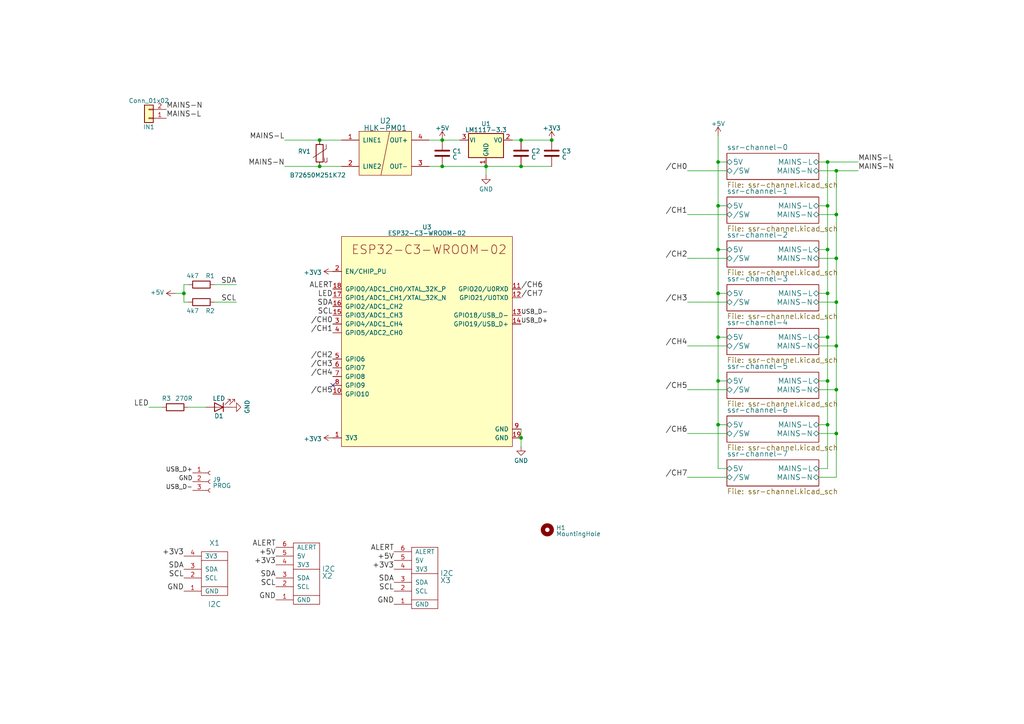
<source format=kicad_sch>
(kicad_sch (version 20221004) (generator eeschema)
  (paper "A4")
  (lib_symbols
    (symbol "Connector:Conn_01x03_Female" (pin_names (offset 1.016) hide)
      (property "Reference" "J" (at 0 5.08 0))
      (property "Value" "Conn_01x03_Female" (at 0 -5.08 0))
      (symbol "Conn_01x03_Female_1_1"
        (arc (start 0 -2.032) (mid -0.5058 -2.54) (end 0 -3.048) (stroke (width 0.1524)))
        (polyline (pts (xy -1.27 -2.54) (xy -0.508 -2.54)) (stroke (width 0.1524)))
        (polyline (pts (xy -1.27 0) (xy -0.508 0)) (stroke (width 0.1524)))
        (polyline (pts (xy -1.27 2.54) (xy -0.508 2.54)) (stroke (width 0.1524)))
        (arc (start 0 0.508) (mid -0.5058 0) (end 0 -0.508) (stroke (width 0.1524)))
        (arc (start 0 3.048) (mid -0.5058 2.54) (end 0 2.032) (stroke (width 0.1524)))
        (pin passive line (at -5.08 2.54 0) (length 3.81) (name "Pin_1") (number "1"))
        (pin passive line (at -5.08 0 0) (length 3.81) (name "Pin_2") (number "2"))
        (pin passive line (at -5.08 -2.54 0) (length 3.81) (name "Pin_3") (number "3"))
      )
    )
    (symbol "Connector_Generic:Conn_01x02" (pin_names (offset 1.016) hide)
      (property "Reference" "J" (at 0 2.54 0))
      (property "Value" "Conn_01x02" (at 0 -5.08 0))
      (symbol "Conn_01x02_1_1"
        (rectangle (start -1.27 -2.413) (end 0 -2.667) (stroke (width 0.1524)))
        (rectangle (start -1.27 0.127) (end 0 -0.127) (stroke (width 0.1524)))
        (rectangle (start -1.27 1.27) (end 1.27 -3.81) (stroke (width 0.254)) (fill (type background)))
        (pin passive line (at -5.08 0 0) (length 3.81) (name "Pin_1") (number "1"))
        (pin passive line (at -5.08 -2.54 0) (length 3.81) (name "Pin_2") (number "2"))
      )
    )
    (symbol "Device:C" (pin_numbers hide) (pin_names (offset 0.254))
      (property "Reference" "C" (at 0.635 2.54 0))
      (property "Value" "C" (at 0.635 -2.54 0))
      (symbol "C_0_1"
        (polyline (pts (xy -2.032 -0.762) (xy 2.032 -0.762)) (stroke (width 0.508)))
        (polyline (pts (xy -2.032 0.762) (xy 2.032 0.762)) (stroke (width 0.508)))
      )
      (symbol "C_1_1"
        (pin passive line (at 0 3.81 270) (length 2.794) (name "~") (number "1"))
        (pin passive line (at 0 -3.81 90) (length 2.794) (name "~") (number "2"))
      )
    )
    (symbol "Device:LED" (pin_numbers hide) (pin_names (offset 1.016) hide)
      (property "Reference" "D" (at 0 2.54 0))
      (property "Value" "LED" (at 0 -2.54 0))
      (symbol "LED_0_1"
        (polyline (pts (xy -1.27 -1.27) (xy -1.27 1.27)) (stroke (width 0.254)))
        (polyline (pts (xy -1.27 0) (xy 1.27 0)))
        (polyline (pts (xy 1.27 -1.27) (xy 1.27 1.27) (xy -1.27 0) (xy 1.27 -1.27)) (stroke (width 0.254)))
        (polyline (pts (xy -3.048 -0.762) (xy -4.572 -2.286) (xy -3.81 -2.286) (xy -4.572 -2.286) (xy -4.572 -1.524)))
        (polyline (pts (xy -1.778 -0.762) (xy -3.302 -2.286) (xy -2.54 -2.286) (xy -3.302 -2.286) (xy -3.302 -1.524)))
      )
      (symbol "LED_1_1"
        (pin passive line (at -3.81 0 0) (length 2.54) (name "K") (number "1"))
        (pin passive line (at 3.81 0 180) (length 2.54) (name "A") (number "2"))
      )
    )
    (symbol "Device:R" (pin_numbers hide) (pin_names (offset 0))
      (property "Reference" "R" (at 2.032 0 90))
      (property "Value" "R" (at 0 0 90))
      (symbol "R_0_1"
        (rectangle (start -1.016 -2.54) (end 1.016 2.54) (stroke (width 0.254)))
      )
      (symbol "R_1_1"
        (pin passive line (at 0 3.81 270) (length 1.27) (name "~") (number "1"))
        (pin passive line (at 0 -3.81 90) (length 1.27) (name "~") (number "2"))
      )
    )
    (symbol "Device:Varistor" (pin_numbers hide) (pin_names (offset 0))
      (property "Reference" "RV" (at 3.175 0 90))
      (property "Value" "Varistor" (at -3.175 0 90))
      (symbol "Varistor_0_0"
        (text "U" (at -1.778 -2.032 0) (effects (font (size 1.27 1.27))))
      )
      (symbol "Varistor_0_1"
        (rectangle (start -1.016 -2.54) (end 1.016 2.54) (stroke (width 0.254)))
        (polyline (pts (xy -1.905 2.54) (xy -1.905 1.27) (xy 1.905 -1.27)))
      )
      (symbol "Varistor_1_1"
        (pin passive line (at 0 3.81 270) (length 1.27) (name "~") (number "1"))
        (pin passive line (at 0 -3.81 90) (length 1.27) (name "~") (number "2"))
      )
    )
    (symbol "Drake:HLK-PM01" (pin_names (offset 1.016))
      (property "Reference" "U" (at 0 8.89 0))
      (property "Value" "HLK-PM03" (at 0 -8.89 0))
      (symbol "HLK-PM01_0_1"
        (rectangle (start -7.62 6.35) (end 7.62 -6.35) (fill (type background)))
        (polyline (pts (xy -1.27 -6.35) (xy 1.27 6.35)))
      )
      (symbol "HLK-PM01_1_1"
        (pin input line (at -12.7 3.81 0) (length 5.08) (name "LINE1") (number "1"))
        (pin input line (at -12.7 -3.81 0) (length 5.08) (name "LINE2") (number "2"))
        (pin input line (at 12.7 -3.81 180) (length 5.08) (name "OUT-") (number "3"))
        (pin input line (at 12.7 3.81 180) (length 5.08) (name "OUT+") (number "4"))
      )
    )
    (symbol "Drake:I2C" (pin_names (offset 1.016))
      (property "Reference" "X" (at 0 8.89 0))
      (property "Value" "I2C" (at 0 -8.89 0))
      (symbol "I2C_0_1"
        (polyline (pts (xy 3.81 -3.81) (xy -3.81 -3.81)))
        (polyline (pts (xy 3.81 3.81) (xy -3.81 3.81)))
        (rectangle (start 3.81 6.35) (end -3.81 -6.35))
      )
      (symbol "I2C_1_1"
        (pin power_in line (at 8.89 -5.08 180) (length 5.08) (name "GND") (number "1"))
        (pin open_collector line (at 8.89 -1.27 180) (length 5.08) (name "SCL") (number "2"))
        (pin open_collector line (at 8.89 1.27 180) (length 5.08) (name "SDA") (number "3"))
        (pin power_in line (at 8.89 5.08 180) (length 5.08) (name "3V3") (number "4"))
      )
    )
    (symbol "Drake:I2C-6P" (pin_names (offset 1.016))
      (property "Reference" "X" (at 0 12.7 0))
      (property "Value" "I2C-6P" (at 0 -8.89 0))
      (symbol "I2C-6P_0_1"
        (polyline (pts (xy 3.81 -3.81) (xy -3.81 -3.81)))
        (polyline (pts (xy 3.81 3.81) (xy -3.81 3.81)))
        (rectangle (start 3.81 11.43) (end -3.81 -6.35))
      )
      (symbol "I2C-6P_1_1"
        (pin power_in line (at 8.89 -5.08 180) (length 5.08) (name "GND") (number "1"))
        (pin open_collector line (at 8.89 -1.27 180) (length 5.08) (name "SCL") (number "2"))
        (pin open_collector line (at 8.89 1.27 180) (length 5.08) (name "SDA") (number "3"))
        (pin power_in line (at 8.89 5.08 180) (length 5.08) (name "3V3") (number "4"))
        (pin power_in line (at 8.89 7.62 180) (length 5.08) (name "5V") (number "5"))
        (pin open_collector line (at 8.89 10.16 180) (length 5.08) (name "ALERT") (number "6"))
      )
    )
    (symbol "Espressif:ESP32-C3-WROOM-02" (pin_names (offset 1.016))
      (property "Reference" "U" (at 0 33.02 0))
      (property "Value" "ESP32-C3-WROOM-02" (at 0 -30.48 0))
      (symbol "ESP32-C3-WROOM-02_0_0"
        (text "ESP32-C3-WROOM-02" (at 1.27 27.94 0) (effects (font (size 2.54 2.54))))
      )
      (symbol "ESP32-C3-WROOM-02_0_1"
        (rectangle (start -24.13 31.75) (end 25.4 -29.21) (fill (type background)))
      )
      (symbol "ESP32-C3-WROOM-02_1_1"
        (pin power_in line (at -26.67 -26.67 0) (length 2.54) (name "3V3") (number "1"))
        (pin bidirectional line (at -26.67 -13.97 0) (length 2.54) (name "GPIO10") (number "10"))
        (pin bidirectional line (at 27.94 16.51 180) (length 2.54) (name "GPIO20/U0RXD") (number "11"))
        (pin bidirectional line (at 27.94 13.97 180) (length 2.54) (name "GPIO21/U0TXD") (number "12"))
        (pin bidirectional line (at 27.94 8.89 180) (length 2.54) (name "GPIO18/USB_D-") (number "13"))
        (pin bidirectional line (at 27.94 6.35 180) (length 2.54) (name "GPIO19/USB_D+") (number "14"))
        (pin bidirectional line (at -26.67 8.89 0) (length 2.54) (name "GPIO3/ADC1_CH3") (number "15"))
        (pin bidirectional line (at -26.67 11.43 0) (length 2.54) (name "GPIO2/ADC1_CH2") (number "16"))
        (pin bidirectional line (at -26.67 13.97 0) (length 2.54) (name "GPIO1/ADC1_CH1/XTAL_32K_N") (number "17"))
        (pin bidirectional line (at -26.67 16.51 0) (length 2.54) (name "GPIO0/ADC1_CH0/XTAL_32K_P") (number "18"))
        (pin power_in line (at 27.94 -26.67 180) (length 2.54) (name "GND") (number "19"))
        (pin input line (at -26.67 21.59 0) (length 2.54) (name "EN/CHIP_PU") (number "2"))
        (pin bidirectional line (at -26.67 6.35 0) (length 2.54) (name "GPIO4/ADC1_CH4") (number "3"))
        (pin bidirectional line (at -26.67 3.81 0) (length 2.54) (name "GPIO5/ADC2_CH0") (number "4"))
        (pin bidirectional line (at -26.67 -3.81 0) (length 2.54) (name "GPIO6") (number "5"))
        (pin bidirectional line (at -26.67 -6.35 0) (length 2.54) (name "GPIO7") (number "6"))
        (pin bidirectional line (at -26.67 -8.89 0) (length 2.54) (name "GPIO8") (number "7"))
        (pin bidirectional line (at -26.67 -11.43 0) (length 2.54) (name "GPIO9") (number "8"))
        (pin power_in line (at 27.94 -24.13 180) (length 2.54) (name "GND") (number "9"))
      )
    )
    (symbol "Mechanical:MountingHole" (pin_names (offset 1.016))
      (property "Reference" "H" (at 0 5.08 0))
      (property "Value" "MountingHole" (at 0 3.175 0))
      (symbol "MountingHole_0_1"
        (circle (center 0 0) (radius 1.27) (stroke (width 1.27)))
      )
    )
    (symbol "Regulator_Linear:LM1117-3.3" (pin_names (offset 0.254))
      (property "Reference" "U" (at -3.81 3.175 0))
      (property "Value" "LM1117-3.3" (at 0 3.175 0))
      (symbol "LM1117-3.3_0_1"
        (rectangle (start -5.08 -5.08) (end 5.08 1.905) (stroke (width 0.254)) (fill (type background)))
      )
      (symbol "LM1117-3.3_1_1"
        (pin power_in line (at 0 -7.62 90) (length 2.54) (name "GND") (number "1"))
        (pin power_out line (at 7.62 0 180) (length 2.54) (name "VO") (number "2"))
        (pin power_in line (at -7.62 0 0) (length 2.54) (name "VI") (number "3"))
      )
    )
    (symbol "power:+3V3" (power) (pin_names (offset 0))
      (property "Value" "+3V3" (at 0 3.556 0))
      (symbol "+3V3_0_1"
        (polyline (pts (xy -0.762 1.27) (xy 0 2.54)))
        (polyline (pts (xy 0 0) (xy 0 2.54)))
        (polyline (pts (xy 0 2.54) (xy 0.762 1.27)))
      )
      (symbol "+3V3_1_1"
        (pin power_in line (at 0 0 90) (length 0) hide (name "+3V3") (number "1"))
      )
    )
    (symbol "power:+5V" (power) (pin_names (offset 0))
      (property "Value" "+5V" (at 0 3.556 0))
      (symbol "+5V_0_1"
        (polyline (pts (xy -0.762 1.27) (xy 0 2.54)))
        (polyline (pts (xy 0 0) (xy 0 2.54)))
        (polyline (pts (xy 0 2.54) (xy 0.762 1.27)))
      )
      (symbol "+5V_1_1"
        (pin power_in line (at 0 0 90) (length 0) hide (name "+5V") (number "1"))
      )
    )
    (symbol "power:GND" (power) (pin_names (offset 0))
      (property "Value" "GND" (at 0 -3.81 0))
      (symbol "GND_0_1"
        (polyline (pts (xy 0 0) (xy 0 -1.27) (xy 1.27 -1.27) (xy 0 -2.54) (xy -1.27 -1.27) (xy 0 -1.27)))
      )
      (symbol "GND_1_1"
        (pin power_in line (at 0 0 270) (length 0) hide (name "GND") (number "1"))
      )
    )
  )
  (junction (at 140.97 48.26))
  (junction (at 242.57 100.33))
  (junction (at 240.03 85.09))
  (junction (at 240.03 110.49))
  (junction (at 240.03 97.79))
  (junction (at 128.27 48.26))
  (junction (at 208.28 97.79))
  (junction (at 240.03 46.99))
  (junction (at 92.71 40.64))
  (junction (at 242.57 49.53))
  (junction (at 128.27 40.64))
  (junction (at 240.03 59.69))
  (junction (at 160.02 40.64))
  (junction (at 208.28 110.49))
  (junction (at 208.28 46.99))
  (junction (at 208.28 123.19))
  (junction (at 208.28 72.39))
  (junction (at 151.13 40.64))
  (junction (at 242.57 125.73))
  (junction (at 240.03 123.19))
  (junction (at 92.71 48.26))
  (junction (at 208.28 59.69))
  (junction (at 151.13 127))
  (junction (at 242.57 87.63))
  (junction (at 53.34 85.09))
  (junction (at 208.28 85.09))
  (junction (at 242.57 74.93))
  (junction (at 242.57 62.23))
  (junction (at 240.03 72.39))
  (junction (at 151.13 48.26))
  (junction (at 242.57 113.03))
  (no_connect (at 96.52 111.76))
  (wire (pts (xy 92.71 48.26) (xy 99.06 48.26)))
  (wire (pts (xy 124.46 48.26) (xy 128.27 48.26)))
  (wire (pts (xy 208.28 97.79) (xy 208.28 85.09)))
  (wire (pts (xy 240.03 59.69) (xy 240.03 72.39)))
  (wire (pts (xy 208.28 59.69) (xy 208.28 46.99)))
  (wire (pts (xy 128.27 48.26) (xy 140.97 48.26)))
  (wire (pts (xy 53.34 82.55) (xy 54.61 82.55)))
  (wire (pts (xy 240.03 97.79) (xy 240.03 110.49)))
  (wire (pts (xy 210.82 46.99) (xy 208.28 46.99)))
  (wire (pts (xy 237.49 49.53) (xy 242.57 49.53)))
  (wire (pts (xy 199.39 100.33) (xy 210.82 100.33)))
  (wire (pts (xy 210.82 59.69) (xy 208.28 59.69)))
  (wire (pts (xy 237.49 100.33) (xy 242.57 100.33)))
  (wire (pts (xy 92.71 40.64) (xy 99.06 40.64)))
  (wire (pts (xy 53.34 85.09) (xy 50.8 85.09)))
  (wire (pts (xy 199.39 138.43) (xy 210.82 138.43)))
  (wire (pts (xy 240.03 72.39) (xy 240.03 85.09)))
  (wire (pts (xy 242.57 100.33) (xy 242.57 113.03)))
  (wire (pts (xy 208.28 85.09) (xy 208.28 72.39)))
  (wire (pts (xy 199.39 49.53) (xy 210.82 49.53)))
  (wire (pts (xy 242.57 49.53) (xy 242.57 62.23)))
  (wire (pts (xy 242.57 49.53) (xy 248.92 49.53)))
  (wire (pts (xy 208.28 110.49) (xy 208.28 97.79)))
  (wire (pts (xy 210.82 85.09) (xy 208.28 85.09)))
  (wire (pts (xy 237.49 113.03) (xy 242.57 113.03)))
  (wire (pts (xy 140.97 48.26) (xy 151.13 48.26)))
  (wire (pts (xy 237.49 125.73) (xy 242.57 125.73)))
  (wire (pts (xy 140.97 48.26) (xy 140.97 50.8)))
  (wire (pts (xy 208.28 46.99) (xy 208.28 39.37)))
  (wire (pts (xy 151.13 124.46) (xy 151.13 127)))
  (wire (pts (xy 240.03 123.19) (xy 237.49 123.19)))
  (wire (pts (xy 237.49 59.69) (xy 240.03 59.69)))
  (wire (pts (xy 151.13 127) (xy 151.13 129.54)))
  (wire (pts (xy 240.03 46.99) (xy 240.03 59.69)))
  (wire (pts (xy 151.13 40.64) (xy 160.02 40.64)))
  (wire (pts (xy 240.03 72.39) (xy 237.49 72.39)))
  (wire (pts (xy 208.28 123.19) (xy 208.28 110.49)))
  (wire (pts (xy 210.82 110.49) (xy 208.28 110.49)))
  (wire (pts (xy 240.03 97.79) (xy 237.49 97.79)))
  (wire (pts (xy 237.49 46.99) (xy 240.03 46.99)))
  (wire (pts (xy 53.34 85.09) (xy 53.34 82.55)))
  (wire (pts (xy 242.57 113.03) (xy 242.57 125.73)))
  (wire (pts (xy 240.03 85.09) (xy 237.49 85.09)))
  (wire (pts (xy 43.18 118.11) (xy 46.99 118.11)))
  (wire (pts (xy 210.82 97.79) (xy 208.28 97.79)))
  (wire (pts (xy 53.34 87.63) (xy 53.34 85.09)))
  (wire (pts (xy 199.39 113.03) (xy 210.82 113.03)))
  (wire (pts (xy 148.59 40.64) (xy 151.13 40.64)))
  (wire (pts (xy 62.23 82.55) (xy 68.58 82.55)))
  (wire (pts (xy 242.57 74.93) (xy 242.57 87.63)))
  (wire (pts (xy 240.03 85.09) (xy 240.03 97.79)))
  (wire (pts (xy 208.28 72.39) (xy 208.28 59.69)))
  (wire (pts (xy 62.23 87.63) (xy 68.58 87.63)))
  (wire (pts (xy 210.82 135.89) (xy 208.28 135.89)))
  (wire (pts (xy 237.49 87.63) (xy 242.57 87.63)))
  (wire (pts (xy 54.61 87.63) (xy 53.34 87.63)))
  (wire (pts (xy 242.57 62.23) (xy 242.57 74.93)))
  (wire (pts (xy 242.57 87.63) (xy 242.57 100.33)))
  (wire (pts (xy 240.03 135.89) (xy 237.49 135.89)))
  (wire (pts (xy 242.57 125.73) (xy 242.57 138.43)))
  (wire (pts (xy 237.49 62.23) (xy 242.57 62.23)))
  (wire (pts (xy 199.39 74.93) (xy 210.82 74.93)))
  (wire (pts (xy 208.28 135.89) (xy 208.28 123.19)))
  (wire (pts (xy 128.27 40.64) (xy 124.46 40.64)))
  (wire (pts (xy 210.82 123.19) (xy 208.28 123.19)))
  (wire (pts (xy 240.03 110.49) (xy 237.49 110.49)))
  (wire (pts (xy 151.13 48.26) (xy 160.02 48.26)))
  (wire (pts (xy 210.82 72.39) (xy 208.28 72.39)))
  (wire (pts (xy 199.39 87.63) (xy 210.82 87.63)))
  (wire (pts (xy 128.27 40.64) (xy 133.35 40.64)))
  (wire (pts (xy 237.49 74.93) (xy 242.57 74.93)))
  (wire (pts (xy 240.03 110.49) (xy 240.03 123.19)))
  (wire (pts (xy 82.55 48.26) (xy 92.71 48.26)))
  (wire (pts (xy 240.03 46.99) (xy 248.92 46.99)))
  (wire (pts (xy 240.03 123.19) (xy 240.03 135.89)))
  (wire (pts (xy 199.39 62.23) (xy 210.82 62.23)))
  (wire (pts (xy 199.39 125.73) (xy 210.82 125.73)))
  (wire (pts (xy 54.61 118.11) (xy 59.69 118.11)))
  (wire (pts (xy 82.55 40.64) (xy 92.71 40.64)))
  (wire (pts (xy 242.57 138.43) (xy 237.49 138.43)))
  (label "{slash}CH3" (at 96.52 106.68 180) (effects (font (size 1.524 1.524))))
  (label "+5V" (at 114.3 162.56 180) (effects (font (size 1.524 1.524))))
  (label "SDA" (at 53.34 165.1 180) (effects (font (size 1.524 1.524))))
  (label "USB_D+" (at 151.13 93.98 0))
  (label "MAINS-L" (at 48.26 34.29 0) (effects (font (size 1.524 1.524))))
  (label "{slash}CH0" (at 96.52 93.98 180) (effects (font (size 1.524 1.524))))
  (label "USB_D-" (at 55.88 142.24 180))
  (label "{slash}CH7" (at 199.39 138.43 180) (effects (font (size 1.524 1.524))))
  (label "{slash}CH0" (at 199.39 49.53 180) (effects (font (size 1.524 1.524))))
  (label "SDA" (at 96.52 88.9 180) (effects (font (size 1.524 1.524))))
  (label "{slash}CH3" (at 199.39 87.63 180) (effects (font (size 1.524 1.524))))
  (label "{slash}CH7" (at 151.13 86.36 0) (effects (font (size 1.524 1.524))))
  (label "SCL" (at 96.52 91.44 180) (effects (font (size 1.524 1.524))))
  (label "{slash}CH2" (at 96.52 104.14 180) (effects (font (size 1.524 1.524))))
  (label "{slash}CH1" (at 96.52 96.52 180) (effects (font (size 1.524 1.524))))
  (label "GND" (at 114.3 175.26 180) (effects (font (size 1.524 1.524))))
  (label "SDA" (at 80.01 167.64 180) (effects (font (size 1.524 1.524))))
  (label "LED" (at 96.52 86.36 180) (effects (font (size 1.524 1.524))))
  (label "{slash}CH5" (at 199.39 113.03 180) (effects (font (size 1.524 1.524))))
  (label "SCL" (at 53.34 167.64 180) (effects (font (size 1.524 1.524))))
  (label "LED" (at 43.18 118.11 180) (effects (font (size 1.524 1.524))))
  (label "MAINS-L" (at 248.92 46.99 0) (effects (font (size 1.524 1.524))))
  (label "{slash}CH2" (at 199.39 74.93 180) (effects (font (size 1.524 1.524))))
  (label "{slash}CH6" (at 199.39 125.73 180) (effects (font (size 1.524 1.524))))
  (label "SDA" (at 114.3 168.91 180) (effects (font (size 1.524 1.524))))
  (label "ALERT" (at 96.52 83.82 180) (effects (font (size 1.524 1.524))))
  (label "ALERT" (at 80.01 158.75 180) (effects (font (size 1.524 1.524))))
  (label "+5V" (at 80.01 161.29 180) (effects (font (size 1.524 1.524))))
  (label "SCL" (at 114.3 171.45 180) (effects (font (size 1.524 1.524))))
  (label "USB_D+" (at 55.88 137.16 180))
  (label "+3V3" (at 114.3 165.1 180) (effects (font (size 1.524 1.524))))
  (label "GND" (at 53.34 171.45 180) (effects (font (size 1.524 1.524))))
  (label "SCL" (at 80.01 170.18 180) (effects (font (size 1.524 1.524))))
  (label "{slash}CH4" (at 96.52 109.22 180) (effects (font (size 1.524 1.524))))
  (label "{slash}CH6" (at 151.13 83.82 0) (effects (font (size 1.524 1.524))))
  (label "SDA" (at 68.58 82.55 180) (effects (font (size 1.524 1.524))))
  (label "+3V3" (at 53.34 161.29 180) (effects (font (size 1.524 1.524))))
  (label "MAINS-L" (at 82.55 40.64 180) (effects (font (size 1.524 1.524))))
  (label "MAINS-N" (at 248.92 49.53 0) (effects (font (size 1.524 1.524))))
  (label "{slash}CH5" (at 96.52 114.3 180) (effects (font (size 1.524 1.524))))
  (label "USB_D-" (at 151.13 91.44 0))
  (label "MAINS-N" (at 48.26 31.75 0) (effects (font (size 1.524 1.524))))
  (label "{slash}CH4" (at 199.39 100.33 180) (effects (font (size 1.524 1.524))))
  (label "GND" (at 80.01 173.99 180) (effects (font (size 1.524 1.524))))
  (label "ALERT" (at 114.3 160.02 180) (effects (font (size 1.524 1.524))))
  (label "MAINS-N" (at 82.55 48.26 180) (effects (font (size 1.524 1.524))))
  (label "SCL" (at 68.58 87.63 180) (effects (font (size 1.524 1.524))))
  (label "GND" (at 55.88 139.7 180))
  (label "{slash}CH1" (at 199.39 62.23 180) (effects (font (size 1.524 1.524))))
  (label "+3V3" (at 80.01 163.83 180) (effects (font (size 1.524 1.524))))
  (symbol (lib_id "Device:R") (at 58.42 87.63 90) (unit 1)
    (property "Reference" "R2" (at 60.96 90.17 90))
    (property "Value" "4k7" (at 55.88 90.17 90))
    (property "Footprint" "Resistor_SMD:R_0805_2012Metric_Pad1.20x1.40mm_HandSolder" (effects hide))
  )
  (symbol (lib_id "Device:R") (at 58.42 82.55 270) (unit 1)
    (property "Reference" "R1" (at 60.96 80.01 90))
    (property "Value" "4k7" (at 55.88 80.01 90))
    (property "Footprint" "Resistor_SMD:R_0805_2012Metric_Pad1.20x1.40mm_HandSolder" (effects hide))
  )
  (symbol (lib_id "Connector_Generic:Conn_01x02") (at 43.18 34.29 180) (unit 1)
    (property "Reference" "IN1" (at 43.18 36.83 0))
    (property "Value" "Conn_01x02" (at 43.18 29.21 0))
    (property "Footprint" "Drake:DG235-3.81-02P" (effects hide))
  )
  (symbol (lib_id "Drake:I2C") (at 62.23 166.37 0) (mirror y) (unit 1)
    (property "Reference" "X1" (at 62.23 157.48 0) (effects (font (size 1.524 1.524))))
    (property "Value" "I2C" (at 62.23 175.26 0) (effects (font (size 1.524 1.524))))
    (property "Footprint" "Drake:Micro-Match-FOB-4" (effects hide))
  )
  (symbol (lib_id "Device:R") (at 50.8 118.11 270) (unit 1)
    (property "Reference" "R3" (at 48.26 115.57 90))
    (property "Value" "270R" (at 53.34 115.57 90))
    (property "Footprint" "Resistor_SMD:R_0805_2012Metric_Pad1.20x1.40mm_HandSolder" (effects hide))
  )
  (symbol (lib_id "Device:LED") (at 63.5 118.11 180) (unit 1)
    (property "Reference" "D1" (at 63.5 120.65 0))
    (property "Value" "LED" (at 63.5 115.57 0))
    (property "Footprint" "LED_SMD:LED_0805_2012Metric_Pad1.15x1.40mm_HandSolder" (effects hide))
  )
  (symbol (lib_id "power:GND") (at 67.31 118.11 90) (unit 1)
    (property "Reference" "#PWR09" (effects hide))
    (property "Value" "GND" (at 71.7042 117.983 0))
  )
  (symbol (lib_id "power:+5V") (at 128.27 40.64 0) (unit 1)
    (property "Reference" "#PWR0106" (effects hide))
    (property "Value" "+5V" (at 128.27 37.1571 0))
  )
  (symbol (lib_id "power:+5V") (at 208.28 39.37 0) (unit 1)
    (property "Reference" "#PWR0101" (effects hide))
    (property "Value" "+5V" (at 208.28 35.8871 0))
  )
  (symbol (lib_id "power:+3V3") (at 96.52 78.74 90) (unit 1)
    (property "Reference" "#PWR0107" (effects hide))
    (property "Value" "+3V3" (at 93.345 79.0266 90) (effects (justify left)))
  )
  (symbol (lib_id "Device:C") (at 151.13 44.45 0) (unit 1)
    (property "Reference" "C2" (at 154.051 43.8555 0) (effects (justify left)))
    (property "Value" "C" (at 154.051 45.6177 0) (effects (justify left)))
    (property "Footprint" "Capacitor_SMD:C_0805_2012Metric_Pad1.18x1.45mm_HandSolder" (effects hide))
  )
  (symbol (lib_id "Connector:Conn_01x03_Female") (at 60.96 139.7 0) (unit 1)
    (property "Reference" "J9" (at 61.6712 139.1055 0) (effects (justify left)))
    (property "Value" "PROG" (at 61.6712 140.8677 0) (effects (justify left)))
    (property "Footprint" "Connector_PinHeader_2.54mm:PinHeader_1x03_P2.54mm_Vertical" (effects hide))
  )
  (symbol (lib_id "power:+3V3") (at 160.02 40.64 0) (unit 1)
    (property "Reference" "#PWR0108" (effects hide))
    (property "Value" "+3V3" (at 160.02 37.1571 0))
  )
  (symbol (lib_id "Espressif:ESP32-C3-WROOM-02") (at 123.19 100.33 0) (unit 1)
    (property "Reference" "U3" (at 123.825 65.8749 0))
    (property "Value" "ESP32-C3-WROOM-02" (at 123.825 67.6371 0))
    (property "Footprint" "Espressif:ESP32-C3-WROOM-02" (effects hide))
    (property "Datasheet" "https://www.espressif.com/sites/default/files/documentation/esp32-c3-wroom-02_datasheet_en.pdf" (effects hide))
  )
  (symbol (lib_id "Regulator_Linear:LM1117-3.3") (at 140.97 40.64 0) (unit 1)
    (property "Reference" "U1" (at 140.97 35.9029 0))
    (property "Value" "LM1117-3.3" (at 140.97 37.6651 0))
    (property "Footprint" "Package_TO_SOT_SMD:SOT-223-3_TabPin2" (effects hide))
    (property "Datasheet" "http://www.ti.com/lit/ds/symlink/lm1117.pdf" (effects hide))
  )
  (symbol (lib_id "Mechanical:MountingHole") (at 158.75 153.67 0) (unit 1)
    (property "Reference" "H1" (at 161.29 153.0755 0) (effects (justify left)))
    (property "Value" "MountingHole" (at 161.29 154.8377 0) (effects (justify left)))
    (property "Footprint" "MountingHole:MountingHole_3.7mm_Pad_Via" (effects hide))
  )
  (symbol (lib_id "Device:C") (at 128.27 44.45 0) (unit 1)
    (property "Reference" "C1" (at 131.191 43.8555 0) (effects (justify left)))
    (property "Value" "C" (at 131.191 45.6177 0) (effects (justify left)))
    (property "Footprint" "Capacitor_SMD:C_0805_2012Metric_Pad1.18x1.45mm_HandSolder" (effects hide))
  )
  (symbol (lib_id "power:GND") (at 151.13 129.54 0) (unit 1)
    (property "Reference" "#PWR0103" (effects hide))
    (property "Value" "GND" (at 151.13 133.5961 0))
  )
  (symbol (lib_id "Drake:I2C-6P") (at 88.9 168.91 0) (mirror y) (unit 1)
    (property "Reference" "X2" (at 93.345 167.058 0) (effects (font (size 1.524 1.524)) (justify right)))
    (property "Value" "I2C" (at 93.345 164.9942 0) (effects (font (size 1.524 1.524)) (justify right)))
    (property "Footprint" "Drake:Micro-Match-FOB-6" (effects hide))
  )
  (symbol (lib_id "Drake:HLK-PM01") (at 111.76 44.45 0) (unit 1)
    (property "Reference" "U2" (at 111.76 35.0571 0) (effects (font (size 1.524 1.524))))
    (property "Value" "HLK-PM01" (at 111.76 37.1209 0) (effects (font (size 1.524 1.524))))
    (property "Footprint" "Drake:HLK-PM01" (effects hide))
  )
  (symbol (lib_id "power:+3V3") (at 96.52 127 90) (unit 1)
    (property "Reference" "#PWR0102" (effects hide))
    (property "Value" "+3V3" (at 93.345 127.2866 90) (effects (justify left)))
  )
  (symbol (lib_id "power:+5V") (at 50.8 85.09 90) (unit 1)
    (property "Reference" "#PWR0104" (effects hide))
    (property "Value" "+5V" (at 47.625 84.8034 90) (effects (justify left)))
  )
  (symbol (lib_id "Device:Varistor") (at 92.71 44.45 0) (mirror y) (unit 1)
    (property "Reference" "RV1" (at 90.1701 43.915 0) (effects (justify left)))
    (property "Value" "B72650M251K72" (at 100.33 50.8 0) (effects (justify left)))
    (property "Footprint" "Resistor_SMD:R_1210_3225Metric_Pad1.30x2.65mm_HandSolder" (effects hide))
  )
  (symbol (lib_id "Drake:I2C-6P") (at 123.19 170.18 0) (mirror y) (unit 1)
    (property "Reference" "X3" (at 127.635 168.328 0) (effects (font (size 1.524 1.524)) (justify right)))
    (property "Value" "I2C" (at 127.635 166.2642 0) (effects (font (size 1.524 1.524)) (justify right)))
    (property "Footprint" "Connector_IDC:IDC-Header_2x03_P2.54mm_Vertical" (effects hide))
  )
  (symbol (lib_id "power:GND") (at 140.97 50.8 0) (unit 1)
    (property "Reference" "#PWR0105" (effects hide))
    (property "Value" "GND" (at 140.97 54.8561 0))
  )
  (symbol (lib_id "Device:C") (at 160.02 44.45 0) (unit 1)
    (property "Reference" "C3" (at 162.941 43.8555 0) (effects (justify left)))
    (property "Value" "C" (at 162.941 45.6177 0) (effects (justify left)))
    (property "Footprint" "Capacitor_SMD:C_0805_2012Metric_Pad1.18x1.45mm_HandSolder" (effects hide))
  )
  (sheet (at 210.82 44.45) (size 26.67 7.62)
    (property "Sheetname" "ssr-channel-0" (at 210.82 43.6114 0) (effects (font (size 1.524 1.524)) (justify left bottom)))
    (property "Sheetfile" "ssr-channel.kicad_sch" (at 210.82 52.7562 0) (effects (font (size 1.524 1.524)) (justify left top)))
    (pin "5V" bidirectional (at 210.82 46.99 180) (effects (font (size 1.524 1.524))))
    (pin "/SW" bidirectional (at 210.82 49.53 180) (effects (font (size 1.524 1.524))))
    (pin "MAINS-L" bidirectional (at 237.49 46.99 0) (effects (font (size 1.524 1.524))))
    (pin "MAINS-N" bidirectional (at 237.49 49.53 0) (effects (font (size 1.524 1.524))))
  )
  (sheet (at 210.82 57.15) (size 26.67 7.62)
    (property "Sheetname" "ssr-channel-1" (at 210.82 56.3114 0) (effects (font (size 1.524 1.524)) (justify left bottom)))
    (property "Sheetfile" "ssr-channel.kicad_sch" (at 210.82 65.4562 0) (effects (font (size 1.524 1.524)) (justify left top)))
    (pin "5V" bidirectional (at 210.82 59.69 180) (effects (font (size 1.524 1.524))))
    (pin "/SW" bidirectional (at 210.82 62.23 180) (effects (font (size 1.524 1.524))))
    (pin "MAINS-L" bidirectional (at 237.49 59.69 0) (effects (font (size 1.524 1.524))))
    (pin "MAINS-N" bidirectional (at 237.49 62.23 0) (effects (font (size 1.524 1.524))))
  )
  (sheet (at 210.82 69.85) (size 26.67 7.62)
    (property "Sheetname" "ssr-channel-2" (at 210.82 69.0114 0) (effects (font (size 1.524 1.524)) (justify left bottom)))
    (property "Sheetfile" "ssr-channel.kicad_sch" (at 210.82 78.1562 0) (effects (font (size 1.524 1.524)) (justify left top)))
    (pin "5V" bidirectional (at 210.82 72.39 180) (effects (font (size 1.524 1.524))))
    (pin "/SW" bidirectional (at 210.82 74.93 180) (effects (font (size 1.524 1.524))))
    (pin "MAINS-L" bidirectional (at 237.49 72.39 0) (effects (font (size 1.524 1.524))))
    (pin "MAINS-N" bidirectional (at 237.49 74.93 0) (effects (font (size 1.524 1.524))))
  )
  (sheet (at 210.82 82.55) (size 26.67 7.62)
    (property "Sheetname" "ssr-channel-3" (at 210.82 81.7114 0) (effects (font (size 1.524 1.524)) (justify left bottom)))
    (property "Sheetfile" "ssr-channel.kicad_sch" (at 210.82 90.8562 0) (effects (font (size 1.524 1.524)) (justify left top)))
    (pin "5V" bidirectional (at 210.82 85.09 180) (effects (font (size 1.524 1.524))))
    (pin "/SW" bidirectional (at 210.82 87.63 180) (effects (font (size 1.524 1.524))))
    (pin "MAINS-L" bidirectional (at 237.49 85.09 0) (effects (font (size 1.524 1.524))))
    (pin "MAINS-N" bidirectional (at 237.49 87.63 0) (effects (font (size 1.524 1.524))))
  )
  (sheet (at 210.82 95.25) (size 26.67 7.62)
    (property "Sheetname" "ssr-channel-4" (at 210.82 94.4114 0) (effects (font (size 1.524 1.524)) (justify left bottom)))
    (property "Sheetfile" "ssr-channel.kicad_sch" (at 210.82 103.5562 0) (effects (font (size 1.524 1.524)) (justify left top)))
    (pin "5V" bidirectional (at 210.82 97.79 180) (effects (font (size 1.524 1.524))))
    (pin "/SW" bidirectional (at 210.82 100.33 180) (effects (font (size 1.524 1.524))))
    (pin "MAINS-L" bidirectional (at 237.49 97.79 0) (effects (font (size 1.524 1.524))))
    (pin "MAINS-N" bidirectional (at 237.49 100.33 0) (effects (font (size 1.524 1.524))))
  )
  (sheet (at 210.82 107.95) (size 26.67 7.62)
    (property "Sheetname" "ssr-channel-5" (at 210.82 107.1114 0) (effects (font (size 1.524 1.524)) (justify left bottom)))
    (property "Sheetfile" "ssr-channel.kicad_sch" (at 210.82 116.2562 0) (effects (font (size 1.524 1.524)) (justify left top)))
    (pin "5V" bidirectional (at 210.82 110.49 180) (effects (font (size 1.524 1.524))))
    (pin "/SW" bidirectional (at 210.82 113.03 180) (effects (font (size 1.524 1.524))))
    (pin "MAINS-L" bidirectional (at 237.49 110.49 0) (effects (font (size 1.524 1.524))))
    (pin "MAINS-N" bidirectional (at 237.49 113.03 0) (effects (font (size 1.524 1.524))))
  )
  (sheet (at 210.82 120.65) (size 26.67 7.62)
    (property "Sheetname" "ssr-channel-6" (at 210.82 119.8114 0) (effects (font (size 1.524 1.524)) (justify left bottom)))
    (property "Sheetfile" "ssr-channel.kicad_sch" (at 210.82 128.9562 0) (effects (font (size 1.524 1.524)) (justify left top)))
    (pin "5V" bidirectional (at 210.82 123.19 180) (effects (font (size 1.524 1.524))))
    (pin "/SW" bidirectional (at 210.82 125.73 180) (effects (font (size 1.524 1.524))))
    (pin "MAINS-L" bidirectional (at 237.49 123.19 0) (effects (font (size 1.524 1.524))))
    (pin "MAINS-N" bidirectional (at 237.49 125.73 0) (effects (font (size 1.524 1.524))))
  )
  (sheet (at 210.82 133.35) (size 26.67 7.62)
    (property "Sheetname" "ssr-channel-7" (at 210.82 132.5114 0) (effects (font (size 1.524 1.524)) (justify left bottom)))
    (property "Sheetfile" "ssr-channel.kicad_sch" (at 210.82 141.6562 0) (effects (font (size 1.524 1.524)) (justify left top)))
    (pin "5V" bidirectional (at 210.82 135.89 180) (effects (font (size 1.524 1.524))))
    (pin "/SW" bidirectional (at 210.82 138.43 180) (effects (font (size 1.524 1.524))))
    (pin "MAINS-L" bidirectional (at 237.49 135.89 0) (effects (font (size 1.524 1.524))))
    (pin "MAINS-N" bidirectional (at 237.49 138.43 0) (effects (font (size 1.524 1.524))))
  )
)
</source>
